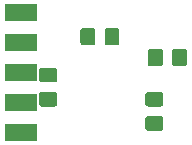
<source format=gbs>
G04 #@! TF.GenerationSoftware,KiCad,Pcbnew,5.1.5*
G04 #@! TF.CreationDate,2020-02-24T19:12:41+03:00*
G04 #@! TF.ProjectId,mod-lqfp48,6d6f642d-6c71-4667-9034-382e6b696361,rev?*
G04 #@! TF.SameCoordinates,PX1036640PYec82e0*
G04 #@! TF.FileFunction,Soldermask,Bot*
G04 #@! TF.FilePolarity,Negative*
%FSLAX46Y46*%
G04 Gerber Fmt 4.6, Leading zero omitted, Abs format (unit mm)*
G04 Created by KiCad (PCBNEW 5.1.5) date 2020-02-24 19:12:41*
%MOMM*%
%LPD*%
G04 APERTURE LIST*
%ADD10C,0.150000*%
G04 APERTURE END LIST*
D10*
G36*
X3728948Y-12185000D02*
G01*
X1088948Y-12185000D01*
X1088948Y-10815000D01*
X3728948Y-10815000D01*
X3728948Y-12185000D01*
G37*
G36*
X14249724Y-10101363D02*
G01*
X14292685Y-10114395D01*
X14332268Y-10135553D01*
X14366969Y-10164031D01*
X14395447Y-10198732D01*
X14416605Y-10238315D01*
X14429637Y-10281276D01*
X14434400Y-10329633D01*
X14434400Y-11113567D01*
X14429637Y-11161924D01*
X14416605Y-11204885D01*
X14395447Y-11244468D01*
X14366969Y-11279169D01*
X14332268Y-11307647D01*
X14292685Y-11328805D01*
X14249724Y-11341837D01*
X14201367Y-11346600D01*
X13167433Y-11346600D01*
X13119076Y-11341837D01*
X13076115Y-11328805D01*
X13036532Y-11307647D01*
X13001831Y-11279169D01*
X12973353Y-11244468D01*
X12952195Y-11204885D01*
X12939163Y-11161924D01*
X12934400Y-11113567D01*
X12934400Y-10329633D01*
X12939163Y-10281276D01*
X12952195Y-10238315D01*
X12973353Y-10198732D01*
X13001831Y-10164031D01*
X13036532Y-10135553D01*
X13076115Y-10114395D01*
X13119076Y-10101363D01*
X13167433Y-10096600D01*
X14201367Y-10096600D01*
X14249724Y-10101363D01*
G37*
G36*
X3728948Y-9645000D02*
G01*
X1088948Y-9645000D01*
X1088948Y-8275000D01*
X3728948Y-8275000D01*
X3728948Y-9645000D01*
G37*
G36*
X5265324Y-8054763D02*
G01*
X5308285Y-8067795D01*
X5347868Y-8088953D01*
X5382569Y-8117431D01*
X5411047Y-8152132D01*
X5432205Y-8191715D01*
X5445237Y-8234676D01*
X5450000Y-8283033D01*
X5450000Y-9066967D01*
X5445237Y-9115324D01*
X5432205Y-9158285D01*
X5411047Y-9197868D01*
X5382569Y-9232569D01*
X5347868Y-9261047D01*
X5308285Y-9282205D01*
X5265324Y-9295237D01*
X5216967Y-9300000D01*
X4183033Y-9300000D01*
X4134676Y-9295237D01*
X4091715Y-9282205D01*
X4052132Y-9261047D01*
X4017431Y-9232569D01*
X3988953Y-9197868D01*
X3967795Y-9158285D01*
X3954763Y-9115324D01*
X3950000Y-9066967D01*
X3950000Y-8283033D01*
X3954763Y-8234676D01*
X3967795Y-8191715D01*
X3988953Y-8152132D01*
X4017431Y-8117431D01*
X4052132Y-8088953D01*
X4091715Y-8067795D01*
X4134676Y-8054763D01*
X4183033Y-8050000D01*
X5216967Y-8050000D01*
X5265324Y-8054763D01*
G37*
G36*
X14249724Y-8051363D02*
G01*
X14292685Y-8064395D01*
X14332268Y-8085553D01*
X14366969Y-8114031D01*
X14395447Y-8148732D01*
X14416605Y-8188315D01*
X14429637Y-8231276D01*
X14434400Y-8279633D01*
X14434400Y-9063567D01*
X14429637Y-9111924D01*
X14416605Y-9154885D01*
X14395447Y-9194468D01*
X14366969Y-9229169D01*
X14332268Y-9257647D01*
X14292685Y-9278805D01*
X14249724Y-9291837D01*
X14201367Y-9296600D01*
X13167433Y-9296600D01*
X13119076Y-9291837D01*
X13076115Y-9278805D01*
X13036532Y-9257647D01*
X13001831Y-9229169D01*
X12973353Y-9194468D01*
X12952195Y-9154885D01*
X12939163Y-9111924D01*
X12934400Y-9063567D01*
X12934400Y-8279633D01*
X12939163Y-8231276D01*
X12952195Y-8188315D01*
X12973353Y-8148732D01*
X13001831Y-8114031D01*
X13036532Y-8085553D01*
X13076115Y-8064395D01*
X13119076Y-8051363D01*
X13167433Y-8046600D01*
X14201367Y-8046600D01*
X14249724Y-8051363D01*
G37*
G36*
X5265324Y-6004763D02*
G01*
X5308285Y-6017795D01*
X5347868Y-6038953D01*
X5382569Y-6067431D01*
X5411047Y-6102132D01*
X5432205Y-6141715D01*
X5445237Y-6184676D01*
X5450000Y-6233033D01*
X5450000Y-7016967D01*
X5445237Y-7065324D01*
X5432205Y-7108285D01*
X5411047Y-7147868D01*
X5382569Y-7182569D01*
X5347868Y-7211047D01*
X5308285Y-7232205D01*
X5265324Y-7245237D01*
X5216967Y-7250000D01*
X4183033Y-7250000D01*
X4134676Y-7245237D01*
X4091715Y-7232205D01*
X4052132Y-7211047D01*
X4017431Y-7182569D01*
X3988953Y-7147868D01*
X3967795Y-7108285D01*
X3954763Y-7065324D01*
X3950000Y-7016967D01*
X3950000Y-6233033D01*
X3954763Y-6184676D01*
X3967795Y-6141715D01*
X3988953Y-6102132D01*
X4017431Y-6067431D01*
X4052132Y-6038953D01*
X4091715Y-6017795D01*
X4134676Y-6004763D01*
X4183033Y-6000000D01*
X5216967Y-6000000D01*
X5265324Y-6004763D01*
G37*
G36*
X3728948Y-7105000D02*
G01*
X1088948Y-7105000D01*
X1088948Y-5735000D01*
X3728948Y-5735000D01*
X3728948Y-7105000D01*
G37*
G36*
X14217324Y-4404763D02*
G01*
X14260285Y-4417795D01*
X14299868Y-4438953D01*
X14334569Y-4467431D01*
X14363047Y-4502132D01*
X14384205Y-4541715D01*
X14397237Y-4584676D01*
X14402000Y-4633033D01*
X14402000Y-5666967D01*
X14397237Y-5715324D01*
X14384205Y-5758285D01*
X14363047Y-5797868D01*
X14334569Y-5832569D01*
X14299868Y-5861047D01*
X14260285Y-5882205D01*
X14217324Y-5895237D01*
X14168967Y-5900000D01*
X13385033Y-5900000D01*
X13336676Y-5895237D01*
X13293715Y-5882205D01*
X13254132Y-5861047D01*
X13219431Y-5832569D01*
X13190953Y-5797868D01*
X13169795Y-5758285D01*
X13156763Y-5715324D01*
X13152000Y-5666967D01*
X13152000Y-4633033D01*
X13156763Y-4584676D01*
X13169795Y-4541715D01*
X13190953Y-4502132D01*
X13219431Y-4467431D01*
X13254132Y-4438953D01*
X13293715Y-4417795D01*
X13336676Y-4404763D01*
X13385033Y-4400000D01*
X14168967Y-4400000D01*
X14217324Y-4404763D01*
G37*
G36*
X16267324Y-4404763D02*
G01*
X16310285Y-4417795D01*
X16349868Y-4438953D01*
X16384569Y-4467431D01*
X16413047Y-4502132D01*
X16434205Y-4541715D01*
X16447237Y-4584676D01*
X16452000Y-4633033D01*
X16452000Y-5666967D01*
X16447237Y-5715324D01*
X16434205Y-5758285D01*
X16413047Y-5797868D01*
X16384569Y-5832569D01*
X16349868Y-5861047D01*
X16310285Y-5882205D01*
X16267324Y-5895237D01*
X16218967Y-5900000D01*
X15435033Y-5900000D01*
X15386676Y-5895237D01*
X15343715Y-5882205D01*
X15304132Y-5861047D01*
X15269431Y-5832569D01*
X15240953Y-5797868D01*
X15219795Y-5758285D01*
X15206763Y-5715324D01*
X15202000Y-5666967D01*
X15202000Y-4633033D01*
X15206763Y-4584676D01*
X15219795Y-4541715D01*
X15240953Y-4502132D01*
X15269431Y-4467431D01*
X15304132Y-4438953D01*
X15343715Y-4417795D01*
X15386676Y-4404763D01*
X15435033Y-4400000D01*
X16218967Y-4400000D01*
X16267324Y-4404763D01*
G37*
G36*
X3728948Y-4565000D02*
G01*
X1088948Y-4565000D01*
X1088948Y-3195000D01*
X3728948Y-3195000D01*
X3728948Y-4565000D01*
G37*
G36*
X10552324Y-2626763D02*
G01*
X10595285Y-2639795D01*
X10634868Y-2660953D01*
X10669569Y-2689431D01*
X10698047Y-2724132D01*
X10719205Y-2763715D01*
X10732237Y-2806676D01*
X10737000Y-2855033D01*
X10737000Y-3888967D01*
X10732237Y-3937324D01*
X10719205Y-3980285D01*
X10698047Y-4019868D01*
X10669569Y-4054569D01*
X10634868Y-4083047D01*
X10595285Y-4104205D01*
X10552324Y-4117237D01*
X10503967Y-4122000D01*
X9720033Y-4122000D01*
X9671676Y-4117237D01*
X9628715Y-4104205D01*
X9589132Y-4083047D01*
X9554431Y-4054569D01*
X9525953Y-4019868D01*
X9504795Y-3980285D01*
X9491763Y-3937324D01*
X9487000Y-3888967D01*
X9487000Y-2855033D01*
X9491763Y-2806676D01*
X9504795Y-2763715D01*
X9525953Y-2724132D01*
X9554431Y-2689431D01*
X9589132Y-2660953D01*
X9628715Y-2639795D01*
X9671676Y-2626763D01*
X9720033Y-2622000D01*
X10503967Y-2622000D01*
X10552324Y-2626763D01*
G37*
G36*
X8502324Y-2626763D02*
G01*
X8545285Y-2639795D01*
X8584868Y-2660953D01*
X8619569Y-2689431D01*
X8648047Y-2724132D01*
X8669205Y-2763715D01*
X8682237Y-2806676D01*
X8687000Y-2855033D01*
X8687000Y-3888967D01*
X8682237Y-3937324D01*
X8669205Y-3980285D01*
X8648047Y-4019868D01*
X8619569Y-4054569D01*
X8584868Y-4083047D01*
X8545285Y-4104205D01*
X8502324Y-4117237D01*
X8453967Y-4122000D01*
X7670033Y-4122000D01*
X7621676Y-4117237D01*
X7578715Y-4104205D01*
X7539132Y-4083047D01*
X7504431Y-4054569D01*
X7475953Y-4019868D01*
X7454795Y-3980285D01*
X7441763Y-3937324D01*
X7437000Y-3888967D01*
X7437000Y-2855033D01*
X7441763Y-2806676D01*
X7454795Y-2763715D01*
X7475953Y-2724132D01*
X7504431Y-2689431D01*
X7539132Y-2660953D01*
X7578715Y-2639795D01*
X7621676Y-2626763D01*
X7670033Y-2622000D01*
X8453967Y-2622000D01*
X8502324Y-2626763D01*
G37*
G36*
X3728948Y-2025000D02*
G01*
X1088948Y-2025000D01*
X1088948Y-655000D01*
X3728948Y-655000D01*
X3728948Y-2025000D01*
G37*
M02*

</source>
